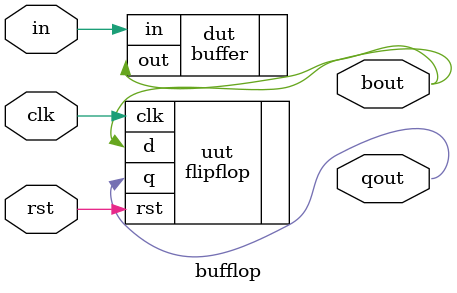
<source format=v>
module bufflop(in,clk,rst,bout,qout);
output bout,qout;
input clk,rst,in;
  buffer dut(.in(in),.out(bout));
  flipflop uut(.d(bout),.clk(clk),.rst(rst),.q(qout));
endmodule
</source>
